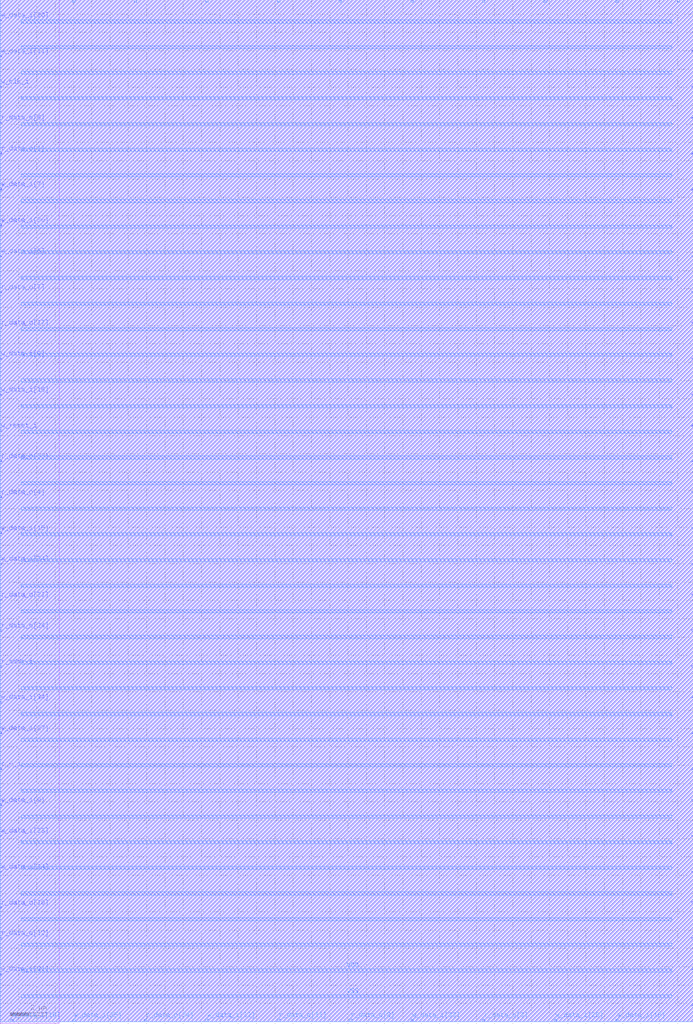
<source format=lef>
VERSION 5.8 ;
BUSBITCHARS "[]" ;
DIVIDERCHAR "/" ;
UNITS
    DATABASE MICRONS 2000 ;
END UNITS

MACRO bsg_mem_p36
  FOREIGN bsg_mem_p36 0 0 ;
  CLASS BLOCK ;
  SIZE 37.855 BY 55.785 ;
  PIN VSS
    USE GROUND ;
    DIRECTION INOUT ;
    PORT
      LAYER metal4 ;
        RECT  1.14 54.515 36.67 54.685 ;
        RECT  1.14 51.715 36.67 51.885 ;
        RECT  1.14 48.915 36.67 49.085 ;
        RECT  1.14 46.115 36.67 46.285 ;
        RECT  1.14 43.315 36.67 43.485 ;
        RECT  1.14 40.515 36.67 40.685 ;
        RECT  1.14 37.715 36.67 37.885 ;
        RECT  1.14 34.915 36.67 35.085 ;
        RECT  1.14 32.115 36.67 32.285 ;
        RECT  1.14 29.315 36.67 29.485 ;
        RECT  1.14 26.515 36.67 26.685 ;
        RECT  1.14 23.715 36.67 23.885 ;
        RECT  1.14 20.915 36.67 21.085 ;
        RECT  1.14 18.115 36.67 18.285 ;
        RECT  1.14 15.315 36.67 15.485 ;
        RECT  1.14 12.515 36.67 12.685 ;
        RECT  1.14 9.715 36.67 9.885 ;
        RECT  1.14 6.915 36.67 7.085 ;
        RECT  1.14 4.115 36.67 4.285 ;
        RECT  1.14 1.315 36.67 1.485 ;
    END
  END VSS
  PIN VDD
    USE POWER ;
    DIRECTION INOUT ;
    PORT
      LAYER metal4 ;
        RECT  1.14 53.115 36.67 53.285 ;
        RECT  1.14 50.315 36.67 50.485 ;
        RECT  1.14 47.515 36.67 47.685 ;
        RECT  1.14 44.715 36.67 44.885 ;
        RECT  1.14 41.915 36.67 42.085 ;
        RECT  1.14 39.115 36.67 39.285 ;
        RECT  1.14 36.315 36.67 36.485 ;
        RECT  1.14 33.515 36.67 33.685 ;
        RECT  1.14 30.715 36.67 30.885 ;
        RECT  1.14 27.915 36.67 28.085 ;
        RECT  1.14 25.115 36.67 25.285 ;
        RECT  1.14 22.315 36.67 22.485 ;
        RECT  1.14 19.515 36.67 19.685 ;
        RECT  1.14 16.715 36.67 16.885 ;
        RECT  1.14 13.915 36.67 14.085 ;
        RECT  1.14 11.115 36.67 11.285 ;
        RECT  1.14 8.315 36.67 8.485 ;
        RECT  1.14 5.515 36.67 5.685 ;
        RECT  1.14 2.715 36.67 2.885 ;
    END
  END VDD
  PIN r_addr_i
    DIRECTION INPUT ;
    USE SIGNAL ;
    PORT
      LAYER metal3 ;
        RECT  0 19.355 0.07 19.425 ;
    END
  END r_addr_i
  PIN r_data_o[0]
    DIRECTION OUTPUT ;
    USE SIGNAL ;
    PORT
      LAYER metal4 ;
        RECT  7.305 55.645 7.445 55.785 ;
    END
  END r_data_o[0]
  PIN r_data_o[10]
    DIRECTION OUTPUT ;
    USE SIGNAL ;
    PORT
      LAYER metal3 ;
        RECT  0 6.195 0.07 6.265 ;
    END
  END r_data_o[10]
  PIN r_data_o[11]
    DIRECTION OUTPUT ;
    USE SIGNAL ;
    PORT
      LAYER metal4 ;
        RECT  15.145 0 15.285 0.14 ;
    END
  END r_data_o[11]
  PIN r_data_o[12]
    DIRECTION OUTPUT ;
    USE SIGNAL ;
    PORT
      LAYER metal3 ;
        RECT  0 4.515 0.07 4.585 ;
    END
  END r_data_o[12]
  PIN r_data_o[13]
    DIRECTION OUTPUT ;
    USE SIGNAL ;
    PORT
      LAYER metal3 ;
        RECT  37.785 45.395 37.855 45.465 ;
    END
  END r_data_o[13]
  PIN r_data_o[14]
    DIRECTION OUTPUT ;
    USE SIGNAL ;
    PORT
      LAYER metal3 ;
        RECT  37.785 10.115 37.855 10.185 ;
    END
  END r_data_o[14]
  PIN r_data_o[15]
    DIRECTION OUTPUT ;
    USE SIGNAL ;
    PORT
      LAYER metal3 ;
        RECT  37.785 49.315 37.855 49.385 ;
    END
  END r_data_o[15]
  PIN r_data_o[16]
    DIRECTION OUTPUT ;
    USE SIGNAL ;
    PORT
      LAYER metal3 ;
        RECT  37.785 28.875 37.855 28.945 ;
    END
  END r_data_o[16]
  PIN r_data_o[17]
    DIRECTION OUTPUT ;
    USE SIGNAL ;
    PORT
      LAYER metal3 ;
        RECT  0 37.835 0.07 37.905 ;
    END
  END r_data_o[17]
  PIN r_data_o[18]
    DIRECTION OUTPUT ;
    USE SIGNAL ;
    PORT
      LAYER metal3 ;
        RECT  37.785 13.755 37.855 13.825 ;
    END
  END r_data_o[18]
  PIN r_data_o[19]
    DIRECTION OUTPUT ;
    USE SIGNAL ;
    PORT
      LAYER metal4 ;
        RECT  29.705 55.645 29.845 55.785 ;
    END
  END r_data_o[19]
  PIN r_data_o[1]
    DIRECTION OUTPUT ;
    USE SIGNAL ;
    PORT
      LAYER metal3 ;
        RECT  0 47.355 0.07 47.425 ;
    END
  END r_data_o[1]
  PIN r_data_o[20]
    DIRECTION OUTPUT ;
    USE SIGNAL ;
    PORT
      LAYER metal3 ;
        RECT  37.785 17.675 37.855 17.745 ;
    END
  END r_data_o[20]
  PIN r_data_o[21]
    DIRECTION OUTPUT ;
    USE SIGNAL ;
    PORT
      LAYER metal3 ;
        RECT  0 22.995 0.07 23.065 ;
    END
  END r_data_o[21]
  PIN r_data_o[22]
    DIRECTION OUTPUT ;
    USE SIGNAL ;
    PORT
      LAYER metal3 ;
        RECT  37.785 34.195 37.855 34.265 ;
    END
  END r_data_o[22]
  PIN r_data_o[23]
    DIRECTION OUTPUT ;
    USE SIGNAL ;
    PORT
      LAYER metal3 ;
        RECT  37.785 39.795 37.855 39.865 ;
    END
  END r_data_o[23]
  PIN r_data_o[24]
    DIRECTION OUTPUT ;
    USE SIGNAL ;
    PORT
      LAYER metal3 ;
        RECT  0 21.315 0.07 21.385 ;
    END
  END r_data_o[24]
  PIN r_data_o[25]
    DIRECTION OUTPUT ;
    USE SIGNAL ;
    PORT
      LAYER metal3 ;
        RECT  37.785 30.555 37.855 30.625 ;
    END
  END r_data_o[25]
  PIN r_data_o[26]
    DIRECTION OUTPUT ;
    USE SIGNAL ;
    PORT
      LAYER metal4 ;
        RECT  33.625 55.645 33.765 55.785 ;
    END
  END r_data_o[26]
  PIN r_data_o[27]
    DIRECTION OUTPUT ;
    USE SIGNAL ;
    PORT
      LAYER metal3 ;
        RECT  37.785 26.915 37.855 26.985 ;
    END
  END r_data_o[27]
  PIN r_data_o[28]
    DIRECTION OUTPUT ;
    USE SIGNAL ;
    PORT
      LAYER metal4 ;
        RECT  11.225 55.645 11.365 55.785 ;
    END
  END r_data_o[28]
  PIN r_data_o[29]
    DIRECTION OUTPUT ;
    USE SIGNAL ;
    PORT
      LAYER metal3 ;
        RECT  37.785 23.275 37.855 23.345 ;
    END
  END r_data_o[29]
  PIN r_data_o[2]
    DIRECTION OUTPUT ;
    USE SIGNAL ;
    PORT
      LAYER metal3 ;
        RECT  37.785 4.515 37.855 4.585 ;
    END
  END r_data_o[2]
  PIN r_data_o[30]
    DIRECTION OUTPUT ;
    USE SIGNAL ;
    PORT
      LAYER metal3 ;
        RECT  37.785 43.715 37.855 43.785 ;
    END
  END r_data_o[30]
  PIN r_data_o[31]
    DIRECTION OUTPUT ;
    USE SIGNAL ;
    PORT
      LAYER metal3 ;
        RECT  37.785 47.355 37.855 47.425 ;
    END
  END r_data_o[31]
  PIN r_data_o[32]
    DIRECTION OUTPUT ;
    USE SIGNAL ;
    PORT
      LAYER metal3 ;
        RECT  37.785 12.075 37.855 12.145 ;
    END
  END r_data_o[32]
  PIN r_data_o[33]
    DIRECTION OUTPUT ;
    USE SIGNAL ;
    PORT
      LAYER metal3 ;
        RECT  0 30.555 0.07 30.625 ;
    END
  END r_data_o[33]
  PIN r_data_o[34]
    DIRECTION OUTPUT ;
    USE SIGNAL ;
    PORT
      LAYER metal4 ;
        RECT  7.865 0 8.005 0.14 ;
    END
  END r_data_o[34]
  PIN r_data_o[35]
    DIRECTION OUTPUT ;
    USE SIGNAL ;
    PORT
      LAYER metal4 ;
        RECT  15.145 55.645 15.285 55.785 ;
    END
  END r_data_o[35]
  PIN r_data_o[3]
    DIRECTION OUTPUT ;
    USE SIGNAL ;
    PORT
      LAYER metal4 ;
        RECT  26.345 0 26.485 0.14 ;
    END
  END r_data_o[3]
  PIN r_data_o[4]
    DIRECTION OUTPUT ;
    USE SIGNAL ;
    PORT
      LAYER metal3 ;
        RECT  0 28.595 0.07 28.665 ;
    END
  END r_data_o[4]
  PIN r_data_o[5]
    DIRECTION OUTPUT ;
    USE SIGNAL ;
    PORT
      LAYER metal3 ;
        RECT  37.785 41.755 37.855 41.825 ;
    END
  END r_data_o[5]
  PIN r_data_o[6]
    DIRECTION OUTPUT ;
    USE SIGNAL ;
    PORT
      LAYER metal3 ;
        RECT  0 49.035 0.07 49.105 ;
    END
  END r_data_o[6]
  PIN r_data_o[7]
    DIRECTION OUTPUT ;
    USE SIGNAL ;
    PORT
      LAYER metal3 ;
        RECT  0 39.795 0.07 39.865 ;
    END
  END r_data_o[7]
  PIN r_data_o[8]
    DIRECTION OUTPUT ;
    USE SIGNAL ;
    PORT
      LAYER metal4 ;
        RECT  19.065 0 19.205 0.14 ;
    END
  END r_data_o[8]
  PIN r_data_o[9]
    DIRECTION OUTPUT ;
    USE SIGNAL ;
    PORT
      LAYER metal3 ;
        RECT  37.785 8.155 37.855 8.225 ;
    END
  END r_data_o[9]
  PIN r_v_i
    DIRECTION INPUT ;
    USE SIGNAL ;
    PORT
      LAYER metal3 ;
        RECT  0 13.755 0.07 13.825 ;
    END
  END r_v_i
  PIN w_addr_i
    DIRECTION INPUT ;
    USE SIGNAL ;
    PORT
      LAYER metal3 ;
        RECT  37.785 19.355 37.855 19.425 ;
    END
  END w_addr_i
  PIN w_clk_i
    DIRECTION INPUT ;
    USE SIGNAL ;
    PORT
      LAYER metal3 ;
        RECT  0 50.995 0.07 51.065 ;
    END
  END w_clk_i
  PIN w_data_i[0]
    DIRECTION INPUT ;
    USE SIGNAL ;
    PORT
      LAYER metal3 ;
        RECT  0 36.155 0.07 36.225 ;
    END
  END w_data_i[0]
  PIN w_data_i[10]
    DIRECTION INPUT ;
    USE SIGNAL ;
    PORT
      LAYER metal3 ;
        RECT  37.785 15.715 37.855 15.785 ;
    END
  END w_data_i[10]
  PIN w_data_i[11]
    DIRECTION INPUT ;
    USE SIGNAL ;
    PORT
      LAYER metal3 ;
        RECT  0 52.675 0.07 52.745 ;
    END
  END w_data_i[11]
  PIN w_data_i[12]
    DIRECTION INPUT ;
    USE SIGNAL ;
    PORT
      LAYER metal3 ;
        RECT  37.785 24.955 37.855 25.025 ;
    END
  END w_data_i[12]
  PIN w_data_i[13]
    DIRECTION INPUT ;
    USE SIGNAL ;
    PORT
      LAYER metal3 ;
        RECT  37.785 32.515 37.855 32.585 ;
    END
  END w_data_i[13]
  PIN w_data_i[14]
    DIRECTION INPUT ;
    USE SIGNAL ;
    PORT
      LAYER metal3 ;
        RECT  0 8.155 0.07 8.225 ;
    END
  END w_data_i[14]
  PIN w_data_i[15]
    DIRECTION INPUT ;
    USE SIGNAL ;
    PORT
      LAYER metal3 ;
        RECT  0 26.635 0.07 26.705 ;
    END
  END w_data_i[15]
  PIN w_data_i[16]
    DIRECTION INPUT ;
    USE SIGNAL ;
    PORT
      LAYER metal3 ;
        RECT  0 34.195 0.07 34.265 ;
    END
  END w_data_i[16]
  PIN w_data_i[17]
    DIRECTION INPUT ;
    USE SIGNAL ;
    PORT
      LAYER metal4 ;
        RECT  3.945 55.645 4.085 55.785 ;
    END
  END w_data_i[17]
  PIN w_data_i[18]
    DIRECTION INPUT ;
    USE SIGNAL ;
    PORT
      LAYER metal4 ;
        RECT  33.625 0 33.765 0.14 ;
    END
  END w_data_i[18]
  PIN w_data_i[19]
    DIRECTION INPUT ;
    USE SIGNAL ;
    PORT
      LAYER metal4 ;
        RECT  0.585 0 0.725 0.14 ;
    END
  END w_data_i[19]
  PIN w_data_i[1]
    DIRECTION INPUT ;
    USE SIGNAL ;
    PORT
      LAYER metal3 ;
        RECT  37.785 2.835 37.855 2.905 ;
    END
  END w_data_i[1]
  PIN w_data_i[20]
    DIRECTION INPUT ;
    USE SIGNAL ;
    PORT
      LAYER metal3 ;
        RECT  0 54.635 0.07 54.705 ;
    END
  END w_data_i[20]
  PIN w_data_i[21]
    DIRECTION INPUT ;
    USE SIGNAL ;
    PORT
      LAYER metal4 ;
        RECT  18.505 55.645 18.645 55.785 ;
    END
  END w_data_i[21]
  PIN w_data_i[22]
    DIRECTION INPUT ;
    USE SIGNAL ;
    PORT
      LAYER metal4 ;
        RECT  36.985 55.645 37.125 55.785 ;
    END
  END w_data_i[22]
  PIN w_data_i[23]
    DIRECTION INPUT ;
    USE SIGNAL ;
    PORT
      LAYER metal3 ;
        RECT  0 10.115 0.07 10.185 ;
    END
  END w_data_i[23]
  PIN w_data_i[24]
    DIRECTION INPUT ;
    USE SIGNAL ;
    PORT
      LAYER metal3 ;
        RECT  0 24.955 0.07 25.025 ;
    END
  END w_data_i[24]
  PIN w_data_i[25]
    DIRECTION INPUT ;
    USE SIGNAL ;
    PORT
      LAYER metal4 ;
        RECT  3.945 0 4.085 0.14 ;
    END
  END w_data_i[25]
  PIN w_data_i[26]
    DIRECTION INPUT ;
    USE SIGNAL ;
    PORT
      LAYER metal3 ;
        RECT  37.785 52.955 37.855 53.025 ;
    END
  END w_data_i[26]
  PIN w_data_i[27]
    DIRECTION INPUT ;
    USE SIGNAL ;
    PORT
      LAYER metal3 ;
        RECT  0 15.715 0.07 15.785 ;
    END
  END w_data_i[27]
  PIN w_data_i[28]
    DIRECTION INPUT ;
    USE SIGNAL ;
    PORT
      LAYER metal4 ;
        RECT  30.265 0 30.405 0.14 ;
    END
  END w_data_i[28]
  PIN w_data_i[29]
    DIRECTION INPUT ;
    USE SIGNAL ;
    PORT
      LAYER metal3 ;
        RECT  37.785 50.995 37.855 51.065 ;
    END
  END w_data_i[29]
  PIN w_data_i[2]
    DIRECTION INPUT ;
    USE SIGNAL ;
    PORT
      LAYER metal3 ;
        RECT  37.785 21.315 37.855 21.385 ;
    END
  END w_data_i[2]
  PIN w_data_i[30]
    DIRECTION INPUT ;
    USE SIGNAL ;
    PORT
      LAYER metal3 ;
        RECT  0 43.435 0.07 43.505 ;
    END
  END w_data_i[30]
  PIN w_data_i[31]
    DIRECTION INPUT ;
    USE SIGNAL ;
    PORT
      LAYER metal3 ;
        RECT  0 2.555 0.07 2.625 ;
    END
  END w_data_i[31]
  PIN w_data_i[32]
    DIRECTION INPUT ;
    USE SIGNAL ;
    PORT
      LAYER metal4 ;
        RECT  11.225 0 11.365 0.14 ;
    END
  END w_data_i[32]
  PIN w_data_i[33]
    DIRECTION INPUT ;
    USE SIGNAL ;
    PORT
      LAYER metal4 ;
        RECT  22.425 0 22.565 0.14 ;
    END
  END w_data_i[33]
  PIN w_data_i[34]
    DIRECTION INPUT ;
    USE SIGNAL ;
    PORT
      LAYER metal3 ;
        RECT  0 17.395 0.07 17.465 ;
    END
  END w_data_i[34]
  PIN w_data_i[35]
    DIRECTION INPUT ;
    USE SIGNAL ;
    PORT
      LAYER metal3 ;
        RECT  37.785 38.115 37.855 38.185 ;
    END
  END w_data_i[35]
  PIN w_data_i[3]
    DIRECTION INPUT ;
    USE SIGNAL ;
    PORT
      LAYER metal3 ;
        RECT  37.785 0.875 37.855 0.945 ;
    END
  END w_data_i[3]
  PIN w_data_i[4]
    DIRECTION INPUT ;
    USE SIGNAL ;
    PORT
      LAYER metal4 ;
        RECT  26.345 55.645 26.485 55.785 ;
    END
  END w_data_i[4]
  PIN w_data_i[5]
    DIRECTION INPUT ;
    USE SIGNAL ;
    PORT
      LAYER metal4 ;
        RECT  22.425 55.645 22.565 55.785 ;
    END
  END w_data_i[5]
  PIN w_data_i[6]
    DIRECTION INPUT ;
    USE SIGNAL ;
    PORT
      LAYER metal3 ;
        RECT  0 41.755 0.07 41.825 ;
    END
  END w_data_i[6]
  PIN w_data_i[7]
    DIRECTION INPUT ;
    USE SIGNAL ;
    PORT
      LAYER metal3 ;
        RECT  0 45.395 0.07 45.465 ;
    END
  END w_data_i[7]
  PIN w_data_i[8]
    DIRECTION INPUT ;
    USE SIGNAL ;
    PORT
      LAYER metal3 ;
        RECT  37.785 6.475 37.855 6.545 ;
    END
  END w_data_i[8]
  PIN w_data_i[9]
    DIRECTION INPUT ;
    USE SIGNAL ;
    PORT
      LAYER metal3 ;
        RECT  0 11.795 0.07 11.865 ;
    END
  END w_data_i[9]
  PIN w_reset_i
    DIRECTION INPUT ;
    USE SIGNAL ;
    PORT
      LAYER metal3 ;
        RECT  0 32.235 0.07 32.305 ;
    END
  END w_reset_i
  PIN w_v_i
    DIRECTION INPUT ;
    USE SIGNAL ;
    PORT
      LAYER metal3 ;
        RECT  37.785 36.155 37.855 36.225 ;
    END
  END w_v_i
  OBS
    LAYER metal1 ;
     RECT  0 -0.085 3.23 55.785 ;
     RECT  3.23 0 37.855 55.785 ;
    LAYER metal2 ;
     RECT  0 0 37.855 55.785 ;
    LAYER metal3 ;
     RECT  0 0 37.855 55.785 ;
    LAYER metal4 ;
     RECT  0 0 37.855 55.785 ;
  END
END bsg_mem_p36
END LIBRARY

</source>
